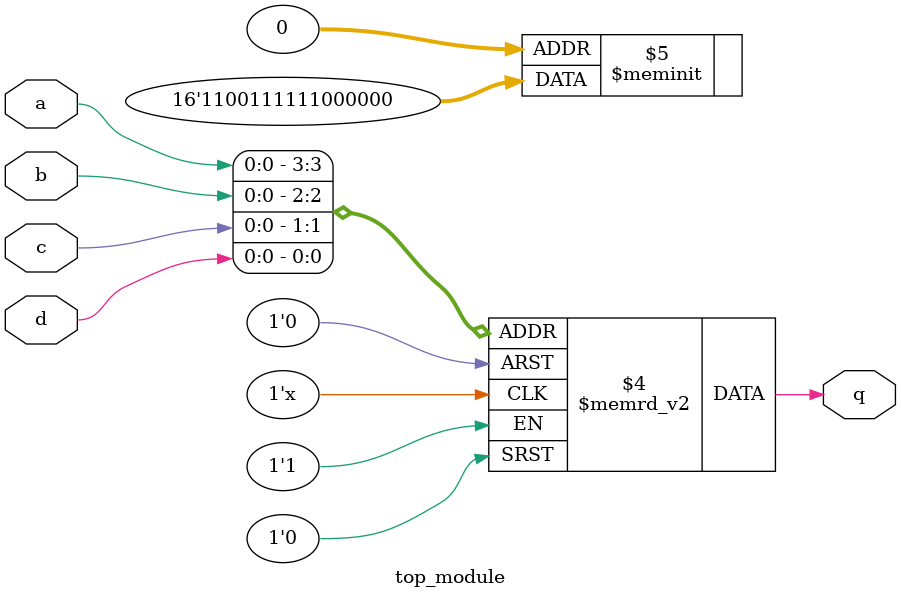
<source format=sv>
module top_module (
    input wire a,
    input wire b,
    input wire c,
    input wire d,
    output reg q
);

    always @(*)
    begin
        case ({a, b, c, d})
            4'b0000: q = 1'b0;
            4'b0001: q = 1'b0;
            4'b0010: q = 1'b0;
            4'b0011: q = 1'b0;
            4'b0100: q = 1'b0;
            4'b0101: q = 1'b0;
            4'b0110: q = 1'b1;
            4'b0111: q = 1'b1;
            4'b1000: q = 1'b1;
            4'b1001: q = 1'b1;
            4'b1010: q = 1'b1;
            4'b1011: q = 1'b1;
            4'b1100: q = 1'b0;
            4'b1101: q = 1'b0;
            4'b1110: q = 1'b1;
            4'b1111: q = 1'b1;
        endcase
    end

endmodule

</source>
